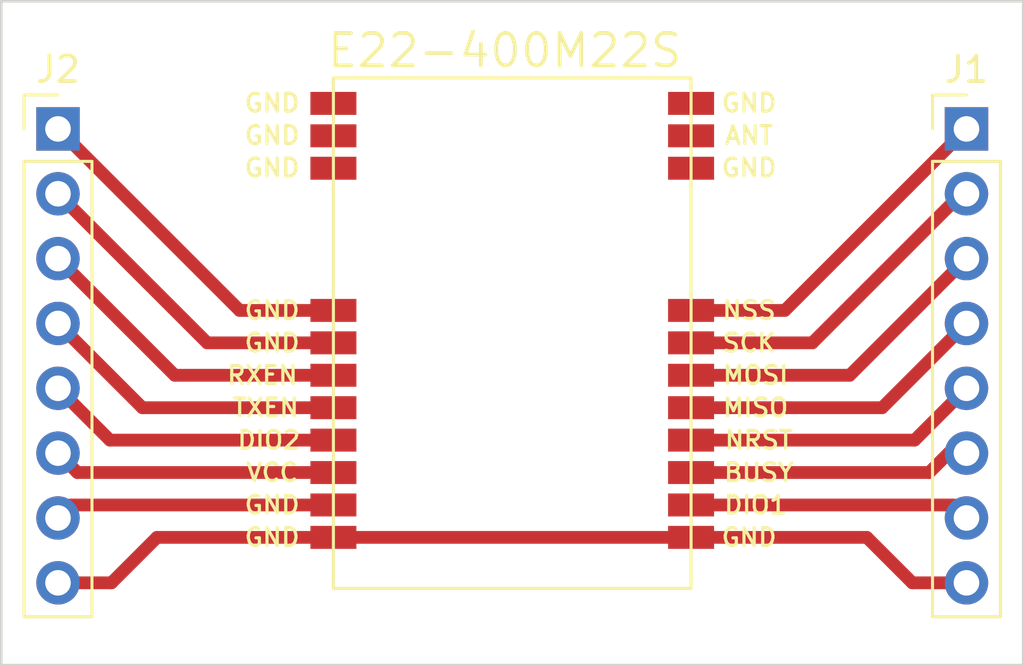
<source format=kicad_pcb>
(kicad_pcb (version 20211014) (generator pcbnew)
  (layers (0 "F.Cu" signal) (31 "B.Cu" signal) (34 "B.Paste" user) (35 "F.Paste" user) (36 "B.SilkS" user "B.Silkscreen") (37 "F.SilkS" user "F.Silkscreen") (38 "B.Mask" user) (39 "F.Mask" user) (44 "Edge.Cuts" user))
  (net 0 "")
  (net 1 "Net-(J1-Pad1)")
  (net 2 "Net-(J1-Pad2)")
  (net 3 "Net-(J1-Pad3)")
  (net 4 "Net-(J1-Pad4)")
  (net 5 "Net-(J1-Pad5)")
  (net 6 "Net-(J1-Pad6)")
  (net 7 "Net-(J1-Pad7)")
  (net 8 "GND")
  (net 9 "Net-(J2-Pad1)")
  (net 10 "Net-(J2-Pad2)")
  (net 11 "Net-(J2-Pad3)")
  (net 12 "Net-(J2-Pad4)")
  (net 13 "Net-(J2-Pad5)")
  (net 14 "Net-(J2-Pad6)")
  (net 15 "Net-(J2-Pad7)")
  (footprint "Library:E22-400M22S" (layer "F.Cu") (at 150 100)
    (fp_text reference "U1" hide)
    (fp_text value "E22-400M22S" (at 6.731 -11.811) (layer "F.SilkS") (effects (font (size 1.27 1.27)) (justify right top)))
    (fp_text user "GND" (at -9.398 -7.747 unlocked) (layer "F.SilkS") (effects (font (size 0.7 0.7) (thickness 0.125))))
    (fp_text user "DIO1" (at 9.525 6.731 unlocked) (layer "F.SilkS") (effects (font (size 0.7 0.7) (thickness 0.125))))
    (fp_text user "TXEN" (at -9.652 2.921 unlocked) (layer "F.SilkS") (effects (font (size 0.7 0.7) (thickness 0.125))))
    (fp_text user "NSS" (at 9.271 -0.889 unlocked) (layer "F.SilkS") (effects (font (size 0.7 0.7) (thickness 0.125))))
    (fp_text user "MOSI" (at 9.525 1.651 unlocked) (layer "F.SilkS") (effects (font (size 0.7 0.7) (thickness 0.125))))
    (fp_text user "VCC" (at -9.398 5.461 unlocked) (layer "F.SilkS") (effects (font (size 0.7 0.7) (thickness 0.125))))
    (fp_text user "GND" (at -9.398 8.001 unlocked) (layer "F.SilkS") (effects (font (size 0.7 0.7) (thickness 0.125))))
    (fp_text user "GND" (at -9.398 -9.017 unlocked) (layer "F.SilkS") (effects (font (size 0.7 0.7) (thickness 0.125))))
    (fp_text user "DIO2" (at -9.525 4.191 unlocked) (layer "F.SilkS") (effects (font (size 0.7 0.7) (thickness 0.125))))
    (fp_text user "GND" (at 9.271 -6.477 unlocked) (layer "F.SilkS") (effects (font (size 0.7 0.7) (thickness 0.125))))
    (fp_text user "ANT" (at 9.271 -7.747 unlocked) (layer "F.SilkS") (effects (font (size 0.7 0.7) (thickness 0.125))))
    (fp_text user "MISO" (at 9.525 2.921 unlocked) (layer "F.SilkS") (effects (font (size 0.7 0.7) (thickness 0.125))))
    (fp_text user "GND" (at 9.271 -9.017 unlocked) (layer "F.SilkS") (effects (font (size 0.7 0.7) (thickness 0.125))))
    (fp_text user "GND" (at -9.398 -0.889 unlocked) (layer "F.SilkS") (effects (font (size 0.7 0.7) (thickness 0.125))))
    (fp_text user "SCK" (at 9.271 0.381 unlocked) (layer "F.SilkS") (effects (font (size 0.7 0.7) (thickness 0.125))))
    (fp_text user "GND" (at -9.398 6.731 unlocked) (layer "F.SilkS") (effects (font (size 0.7 0.7) (thickness 0.125))))
    (fp_text user "RXEN" (at -9.779 1.651 unlocked) (layer "F.SilkS") (effects (font (size 0.7 0.7) (thickness 0.125))))
    (fp_text user "GND" (at 9.271 8.001 unlocked) (layer "F.SilkS") (effects (font (size 0.7 0.7) (thickness 0.125))))
    (fp_text user "GND" (at -9.398 -6.477 unlocked) (layer "F.SilkS") (effects (font (size 0.7 0.7) (thickness 0.125))))
    (fp_text user "NRST" (at 9.652 4.191 unlocked) (layer "F.SilkS") (effects (font (size 0.7 0.7) (thickness 0.125))))
    (fp_text user "GND" (at -9.398 0.381 unlocked) (layer "F.SilkS") (effects (font (size 0.7 0.7) (thickness 0.125))))
    (fp_text user "BUSY" (at 9.652 5.461 unlocked) (layer "F.SilkS") (effects (font (size 0.7 0.7) (thickness 0.125))))
    (fp_rect (start -7 -10) (end 7 10) (layer "F.SilkS") (width 0.12) (fill none))
    (pad "1" smd rect (at -7 -9 90) (size 0.9 1.8) (layers "F.Cu" "F.Paste" "F.Mask") (net 9 "Net-(J2-Pad1)"))
    (pad "2" smd rect (at -7 -7.73 90) (size 0.9 1.8) (layers "F.Cu" "F.Paste" "F.Mask") (net 9 "Net-(J2-Pad1)"))
    (pad "3" smd rect (at -7 -6.46 90) (size 0.9 1.8) (layers "F.Cu" "F.Paste" "F.Mask") (net 9 "Net-(J2-Pad1)"))
    (pad "4" smd rect (at -7 -0.89 90) (size 0.9 1.8) (layers "F.Cu" "F.Paste" "F.Mask") (net 9 "Net-(J2-Pad1)"))
    (pad "5" smd rect (at -7 0.38 90) (size 0.9 1.8) (layers "F.Cu" "F.Paste" "F.Mask") (net 10 "Net-(J2-Pad2)"))
    (pad "6" smd rect (at -7 1.65 90) (size 0.9 1.8) (layers "F.Cu" "F.Paste" "F.Mask") (net 11 "Net-(J2-Pad3)"))
    (pad "7" smd rect (at -7 2.92 90) (size 0.9 1.8) (layers "F.Cu" "F.Paste" "F.Mask") (net 12 "Net-(J2-Pad4)"))
    (pad "8" smd rect (at -7 4.19 90) (size 0.9 1.8) (layers "F.Cu" "F.Paste" "F.Mask") (net 13 "Net-(J2-Pad5)"))
    (pad "9" smd rect (at -7 5.46 90) (size 0.9 1.8) (layers "F.Cu" "F.Paste" "F.Mask") (net 14 "Net-(J2-Pad6)"))
    (pad "10" smd rect (at -7 6.73 90) (size 0.9 1.8) (layers "F.Cu" "F.Paste" "F.Mask") (net 15 "Net-(J2-Pad7)"))
    (pad "11" smd rect (at -7 8 90) (size 0.9 1.8) (layers "F.Cu" "F.Paste" "F.Mask") (net 8 "GND"))
    (pad "12" smd rect (at 7 8 90) (size 0.9 1.8) (layers "F.Cu" "F.Paste" "F.Mask") (net 8 "GND"))
    (pad "13" smd rect (at 7 6.73 90) (size 0.9 1.8) (layers "F.Cu" "F.Paste" "F.Mask") (net 7 "Net-(J1-Pad7)"))
    (pad "14" smd rect (at 7 5.46 90) (size 0.9 1.8) (layers "F.Cu" "F.Paste" "F.Mask") (net 6 "Net-(J1-Pad6)"))
    (pad "15" smd rect (at 7 4.19 90) (size 0.9 1.8) (layers "F.Cu" "F.Paste" "F.Mask") (net 5 "Net-(J1-Pad5)"))
    (pad "16" smd rect (at 7 2.92 90) (size 0.9 1.8) (layers "F.Cu" "F.Paste" "F.Mask") (net 4 "Net-(J1-Pad4)"))
    (pad "17" smd rect (at 7 1.65 90) (size 0.9 1.8) (layers "F.Cu" "F.Paste" "F.Mask") (net 3 "Net-(J1-Pad3)"))
    (pad "18" smd rect (at 7 0.38 90) (size 0.9 1.8) (layers "F.Cu" "F.Paste" "F.Mask") (net 2 "Net-(J1-Pad2)"))
    (pad "19" smd rect (at 7 -0.89 90) (size 0.9 1.8) (layers "F.Cu" "F.Paste" "F.Mask") (net 1 "Net-(J1-Pad1)"))
    (pad "20" smd rect (at 7 -6.46 90) (size 0.9 1.8) (layers "F.Cu" "F.Paste" "F.Mask"))
    (pad "21" smd rect (at 7 -7.73 90) (size 0.9 1.8) (layers "F.Cu" "F.Paste" "F.Mask"))
    (pad "22" smd rect (at 7 -9 90) (size 0.9 1.8) (layers "F.Cu" "F.Paste" "F.Mask"))
  )
  (footprint "Connector_PinHeader_2.54mm:PinHeader_1x08_P2.54mm_Vertical" (layer "F.Cu") (at 167.78 92)
    (fp_text reference "J1" (at 0 -2.33) (layer "F.SilkS"))
    (fp_text value "Conn_01x08_Male" hide)
    (fp_line (start -1.33 1.27) (end 1.33 1.27) (layer "F.SilkS") (width 0.12))
    (fp_line (start -1.33 0) (end -1.33 -1.33) (layer "F.SilkS") (width 0.12))
    (fp_line (start -1.33 19.11) (end 1.33 19.11) (layer "F.SilkS") (width 0.12))
    (fp_line (start -1.33 -1.33) (end 0 -1.33) (layer "F.SilkS") (width 0.12))
    (fp_line (start -1.33 1.27) (end -1.33 19.11) (layer "F.SilkS") (width 0.12))
    (fp_line (start 1.33 1.27) (end 1.33 19.11) (layer "F.SilkS") (width 0.12))
    (pad "1" thru_hole rect (at 0 0) (size 1.7 1.7) (drill 1) (layers *.Cu *.Mask) (net 1 "Net-(J1-Pad1)"))
    (pad "2" thru_hole oval (at 0 2.54) (size 1.7 1.7) (drill 1) (layers *.Cu *.Mask) (net 2 "Net-(J1-Pad2)"))
    (pad "3" thru_hole oval (at 0 5.08) (size 1.7 1.7) (drill 1) (layers *.Cu *.Mask) (net 3 "Net-(J1-Pad3)"))
    (pad "4" thru_hole oval (at 0 7.62) (size 1.7 1.7) (drill 1) (layers *.Cu *.Mask) (net 4 "Net-(J1-Pad4)"))
    (pad "5" thru_hole oval (at 0 10.16) (size 1.7 1.7) (drill 1) (layers *.Cu *.Mask) (net 5 "Net-(J1-Pad5)"))
    (pad "6" thru_hole oval (at 0 12.7) (size 1.7 1.7) (drill 1) (layers *.Cu *.Mask) (net 6 "Net-(J1-Pad6)"))
    (pad "7" thru_hole oval (at 0 15.24) (size 1.7 1.7) (drill 1) (layers *.Cu *.Mask) (net 7 "Net-(J1-Pad7)"))
    (pad "8" thru_hole oval (at 0 17.78) (size 1.7 1.7) (drill 1) (layers *.Cu *.Mask) (net 8 "GND"))
  )
  (footprint "Connector_PinHeader_2.54mm:PinHeader_1x08_P2.54mm_Vertical" (layer "F.Cu") (at 132.22 92)
    (fp_text reference "J2" (at 0 -2.33) (layer "F.SilkS"))
    (fp_text value "Conn_01x08_Male" hide)
    (fp_line (start 1.33 1.27) (end 1.33 19.11) (layer "F.SilkS") (width 0.12))
    (fp_line (start -1.33 0) (end -1.33 -1.33) (layer "F.SilkS") (width 0.12))
    (fp_line (start -1.33 -1.33) (end 0 -1.33) (layer "F.SilkS") (width 0.12))
    (fp_line (start -1.33 1.27) (end -1.33 19.11) (layer "F.SilkS") (width 0.12))
    (fp_line (start -1.33 19.11) (end 1.33 19.11) (layer "F.SilkS") (width 0.12))
    (fp_line (start -1.33 1.27) (end 1.33 1.27) (layer "F.SilkS") (width 0.12))
    (pad "1" thru_hole rect (at 0 0) (size 1.7 1.7) (drill 1) (layers *.Cu *.Mask) (net 9 "Net-(J2-Pad1)"))
    (pad "2" thru_hole oval (at 0 2.54) (size 1.7 1.7) (drill 1) (layers *.Cu *.Mask) (net 10 "Net-(J2-Pad2)"))
    (pad "3" thru_hole oval (at 0 5.08) (size 1.7 1.7) (drill 1) (layers *.Cu *.Mask) (net 11 "Net-(J2-Pad3)"))
    (pad "4" thru_hole oval (at 0 7.62) (size 1.7 1.7) (drill 1) (layers *.Cu *.Mask) (net 12 "Net-(J2-Pad4)"))
    (pad "5" thru_hole oval (at 0 10.16) (size 1.7 1.7) (drill 1) (layers *.Cu *.Mask) (net 13 "Net-(J2-Pad5)"))
    (pad "6" thru_hole oval (at 0 12.7) (size 1.7 1.7) (drill 1) (layers *.Cu *.Mask) (net 14 "Net-(J2-Pad6)"))
    (pad "7" thru_hole oval (at 0 15.24) (size 1.7 1.7) (drill 1) (layers *.Cu *.Mask) (net 15 "Net-(J2-Pad7)"))
    (pad "8" thru_hole oval (at 0 17.78) (size 1.7 1.7) (drill 1) (layers *.Cu *.Mask) (net 8 "GND"))
  )
  (gr_rect (start 130 87) (end 170 113) (layer "Edge.Cuts") (width 0.1) (fill none))
  (segment (start 157 99.11) (end 160.67 99.11) (width 0.5) (layer "F.Cu") (net 1))
  (segment (start 160.67 99.11) (end 167.78 92) (width 0.5) (layer "F.Cu") (net 1))
  (segment (start 157 100.38) (end 161.748 100.38) (width 0.5) (layer "F.Cu") (net 2))
  (segment (start 161.748 100.38) (end 167.588 94.54) (width 0.5) (layer "F.Cu") (net 2))
  (segment (start 167.588 94.54) (end 167.78 94.54) (width 0.5) (layer "F.Cu") (net 2))
  (segment (start 157 101.65) (end 163.21 101.65) (width 0.5) (layer "F.Cu") (net 3))
  (segment (start 163.21 101.65) (end 167.78 97.08) (width 0.5) (layer "F.Cu") (net 3))
  (segment (start 157 102.92) (end 164.48 102.92) (width 0.5) (layer "F.Cu") (net 4))
  (segment (start 164.48 102.92) (end 167.78 99.62) (width 0.5) (layer "F.Cu") (net 4))
  (segment (start 165.75 104.19) (end 167.78 102.16) (width 0.5) (layer "F.Cu") (net 5))
  (segment (start 157 104.19) (end 165.75 104.19) (width 0.5) (layer "F.Cu") (net 5))
  (segment (start 167.08 104.7) (end 167.78 104.7) (width 0.5) (layer "F.Cu") (net 6))
  (segment (start 157 105.46) (end 166.32 105.46) (width 0.5) (layer "F.Cu") (net 6))
  (segment (start 166.32 105.46) (end 167.08 104.7) (width 0.5) (layer "F.Cu") (net 6))
  (segment (start 157 106.73) (end 167.27 106.73) (width 0.5) (layer "F.Cu") (net 7))
  (segment (start 167.27 106.73) (end 167.78 107.24) (width 0.5) (layer "F.Cu") (net 7))
  (segment (start 136.094 108) (end 134.314 109.78) (width 0.5) (layer "F.Cu") (net 8))
  (segment (start 165.66 109.78) (end 167.78 109.78) (width 0.5) (layer "F.Cu") (net 8))
  (segment (start 163.88 108) (end 165.66 109.78) (width 0.5) (layer "F.Cu") (net 8))
  (segment (start 143 108) (end 136.094 108) (width 0.5) (layer "F.Cu") (net 8))
  (segment (start 157 108) (end 143 108) (width 0.5) (layer "F.Cu") (net 8))
  (segment (start 157 108) (end 163.88 108) (width 0.5) (layer "F.Cu") (net 8))
  (segment (start 134.314 109.78) (end 132.22 109.78) (width 0.5) (layer "F.Cu") (net 8))
  (segment (start 139.33 99.11) (end 132.22 92) (width 0.5) (layer "F.Cu") (net 9))
  (segment (start 143 99.11) (end 139.33 99.11) (width 0.5) (layer "F.Cu") (net 9))
  (segment (start 143 100.38) (end 138.06 100.38) (width 0.5) (layer "F.Cu") (net 10))
  (segment (start 138.06 100.38) (end 132.22 94.54) (width 0.5) (layer "F.Cu") (net 10))
  (segment (start 136.79 101.65) (end 132.22 97.08) (width 0.5) (layer "F.Cu") (net 11))
  (segment (start 143 101.65) (end 136.79 101.65) (width 0.5) (layer "F.Cu") (net 11))
  (segment (start 135.52 102.92) (end 132.22 99.62) (width 0.5) (layer "F.Cu") (net 12))
  (segment (start 143 102.92) (end 135.52 102.92) (width 0.5) (layer "F.Cu") (net 12))
  (segment (start 134.25 104.19) (end 132.22 102.16) (width 0.5) (layer "F.Cu") (net 13))
  (segment (start 143 104.19) (end 134.25 104.19) (width 0.5) (layer "F.Cu") (net 13))
  (segment (start 132.98 105.46) (end 132.22 104.7) (width 0.5) (layer "F.Cu") (net 14))
  (segment (start 143 105.46) (end 132.98 105.46) (width 0.5) (layer "F.Cu") (net 14))
  (segment (start 143 106.73) (end 132.73 106.73) (width 0.5) (layer "F.Cu") (net 15))
  (segment (start 132.73 106.73) (end 132.22 107.24) (width 0.5) (layer "F.Cu") (net 15))
)
</source>
